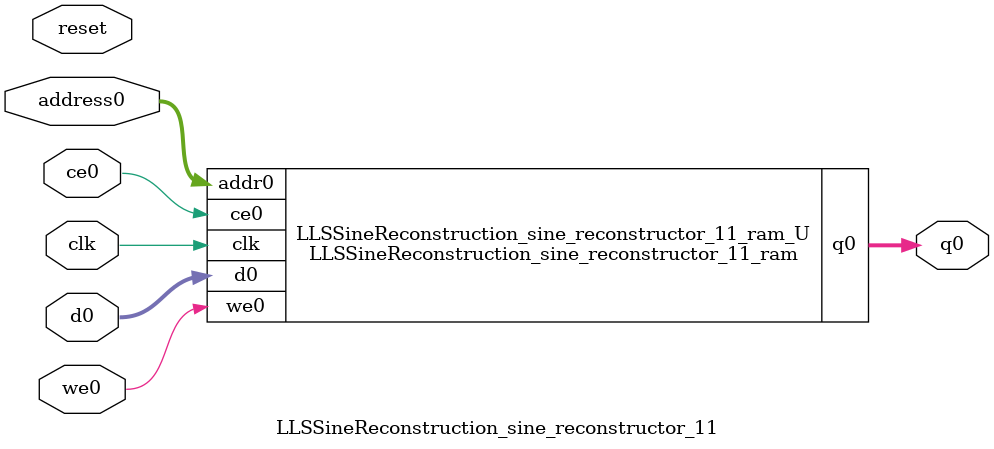
<source format=v>
`timescale 1 ns / 1 ps
module LLSSineReconstruction_sine_reconstructor_11_ram (addr0, ce0, d0, we0, q0,  clk);

parameter DWIDTH = 60;
parameter AWIDTH = 13;
parameter MEM_SIZE = 6400;

input[AWIDTH-1:0] addr0;
input ce0;
input[DWIDTH-1:0] d0;
input we0;
output reg[DWIDTH-1:0] q0;
input clk;

reg [DWIDTH-1:0] ram[0:MEM_SIZE-1];




always @(posedge clk)  
begin 
    if (ce0) begin
        if (we0) 
            ram[addr0] <= d0; 
        q0 <= ram[addr0];
    end
end


endmodule

`timescale 1 ns / 1 ps
module LLSSineReconstruction_sine_reconstructor_11(
    reset,
    clk,
    address0,
    ce0,
    we0,
    d0,
    q0);

parameter DataWidth = 32'd60;
parameter AddressRange = 32'd6400;
parameter AddressWidth = 32'd13;
input reset;
input clk;
input[AddressWidth - 1:0] address0;
input ce0;
input we0;
input[DataWidth - 1:0] d0;
output[DataWidth - 1:0] q0;



LLSSineReconstruction_sine_reconstructor_11_ram LLSSineReconstruction_sine_reconstructor_11_ram_U(
    .clk( clk ),
    .addr0( address0 ),
    .ce0( ce0 ),
    .we0( we0 ),
    .d0( d0 ),
    .q0( q0 ));

endmodule


</source>
